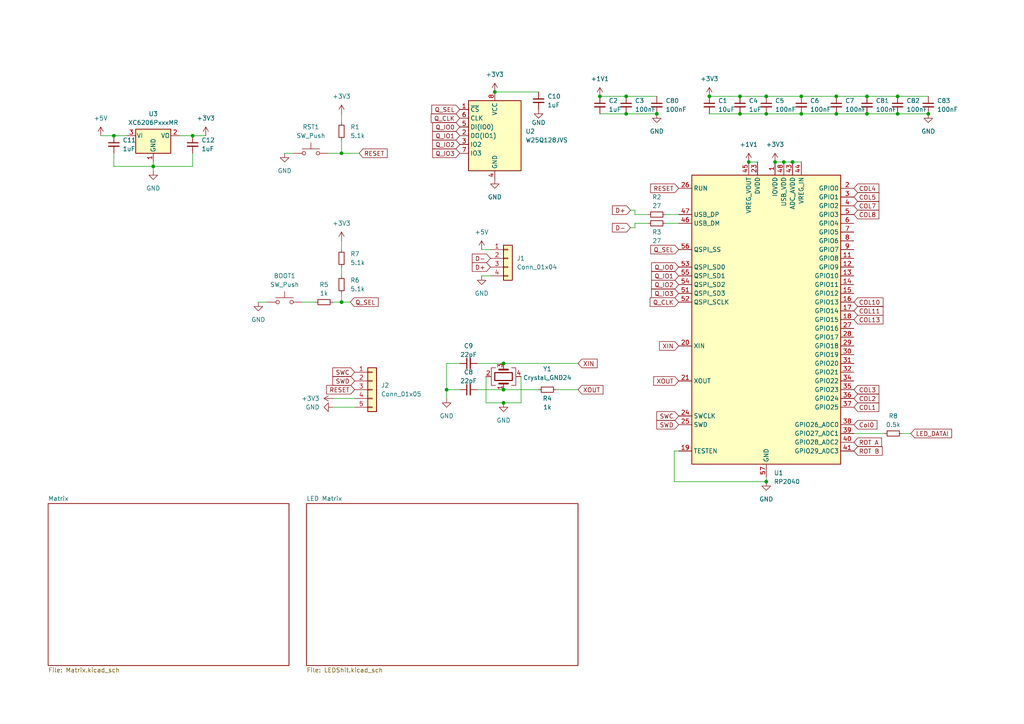
<source format=kicad_sch>
(kicad_sch (version 20230121) (generator eeschema)
  (paper "A4")
  (lib_symbols
    (symbol "Connector_Generic:Conn_01x04" (pin_names (offset 1.016) hide)
      (property "Reference" "J" (at 0 5.08 0))
      (property "Value" "Conn_01x04" (at 0 -7.62 0))
      (symbol "Conn_01x04_1_1"
        (rectangle (start -1.27 -4.953) (end 0 -5.207) (stroke (width 0.1524)))
        (rectangle (start -1.27 -2.413) (end 0 -2.667) (stroke (width 0.1524)))
        (rectangle (start -1.27 0.127) (end 0 -0.127) (stroke (width 0.1524)))
        (rectangle (start -1.27 2.667) (end 0 2.413) (stroke (width 0.1524)))
        (rectangle (start -1.27 3.81) (end 1.27 -6.35) (stroke (width 0.254)) (fill (type background)))
        (pin passive line (at -5.08 2.54 0) (length 3.81) (name "Pin_1") (number "1"))
        (pin passive line (at -5.08 0 0) (length 3.81) (name "Pin_2") (number "2"))
        (pin passive line (at -5.08 -2.54 0) (length 3.81) (name "Pin_3") (number "3"))
        (pin passive line (at -5.08 -5.08 0) (length 3.81) (name "Pin_4") (number "4"))
      )
    )
    (symbol "Connector_Generic:Conn_01x05" (pin_names (offset 1.016) hide)
      (property "Reference" "J" (at 0 7.62 0))
      (property "Value" "Conn_01x05" (at 0 -7.62 0))
      (symbol "Conn_01x05_1_1"
        (rectangle (start -1.27 -4.953) (end 0 -5.207) (stroke (width 0.1524)))
        (rectangle (start -1.27 -2.413) (end 0 -2.667) (stroke (width 0.1524)))
        (rectangle (start -1.27 0.127) (end 0 -0.127) (stroke (width 0.1524)))
        (rectangle (start -1.27 2.667) (end 0 2.413) (stroke (width 0.1524)))
        (rectangle (start -1.27 5.207) (end 0 4.953) (stroke (width 0.1524)))
        (rectangle (start -1.27 6.35) (end 1.27 -6.35) (stroke (width 0.254)) (fill (type background)))
        (pin passive line (at -5.08 5.08 0) (length 3.81) (name "Pin_1") (number "1"))
        (pin passive line (at -5.08 2.54 0) (length 3.81) (name "Pin_2") (number "2"))
        (pin passive line (at -5.08 0 0) (length 3.81) (name "Pin_3") (number "3"))
        (pin passive line (at -5.08 -2.54 0) (length 3.81) (name "Pin_4") (number "4"))
        (pin passive line (at -5.08 -5.08 0) (length 3.81) (name "Pin_5") (number "5"))
      )
    )
    (symbol "Device:C_Small" (pin_numbers hide) (pin_names (offset 0.254) hide)
      (property "Reference" "C" (at 0.254 1.778 0))
      (property "Value" "C_Small" (at 0.254 -2.032 0))
      (symbol "C_Small_0_1"
        (polyline (pts (xy -1.524 -0.508) (xy 1.524 -0.508)) (stroke (width 0.3302)))
        (polyline (pts (xy -1.524 0.508) (xy 1.524 0.508)) (stroke (width 0.3048)))
      )
      (symbol "C_Small_1_1"
        (pin passive line (at 0 2.54 270) (length 2.032) (name "~") (number "1"))
        (pin passive line (at 0 -2.54 90) (length 2.032) (name "~") (number "2"))
      )
    )
    (symbol "Device:Crystal_GND24" (pin_names (offset 1.016) hide)
      (property "Reference" "Y" (at 3.175 5.08 0))
      (property "Value" "Crystal_GND24" (at 3.175 3.175 0))
      (symbol "Crystal_GND24_0_1"
        (rectangle (start -1.143 2.54) (end 1.143 -2.54) (stroke (width 0.3048)))
        (polyline (pts (xy -2.54 0) (xy -2.032 0)))
        (polyline (pts (xy -2.032 -1.27) (xy -2.032 1.27)) (stroke (width 0.508)))
        (polyline (pts (xy 0 -3.81) (xy 0 -3.556)))
        (polyline (pts (xy 0 3.556) (xy 0 3.81)))
        (polyline (pts (xy 2.032 -1.27) (xy 2.032 1.27)) (stroke (width 0.508)))
        (polyline (pts (xy 2.032 0) (xy 2.54 0)))
        (polyline (pts (xy -2.54 -2.286) (xy -2.54 -3.556) (xy 2.54 -3.556) (xy 2.54 -2.286)))
        (polyline (pts (xy -2.54 2.286) (xy -2.54 3.556) (xy 2.54 3.556) (xy 2.54 2.286)))
      )
      (symbol "Crystal_GND24_1_1"
        (pin passive line (at -3.81 0 0) (length 1.27) (name "1") (number "1"))
        (pin passive line (at 0 5.08 270) (length 1.27) (name "2") (number "2"))
        (pin passive line (at 3.81 0 180) (length 1.27) (name "3") (number "3"))
        (pin passive line (at 0 -5.08 90) (length 1.27) (name "4") (number "4"))
      )
    )
    (symbol "Device:R_Small" (pin_numbers hide) (pin_names (offset 0.254) hide)
      (property "Reference" "R" (at 0.762 0.508 0))
      (property "Value" "R_Small" (at 0.762 -1.016 0))
      (symbol "R_Small_0_1"
        (rectangle (start -0.762 1.778) (end 0.762 -1.778) (stroke (width 0.2032)))
      )
      (symbol "R_Small_1_1"
        (pin passive line (at 0 2.54 270) (length 0.762) (name "~") (number "1"))
        (pin passive line (at 0 -2.54 90) (length 0.762) (name "~") (number "2"))
      )
    )
    (symbol "MCU_RaspberryPi:RP2040"
      (property "Reference" "U" (at 17.78 45.72 0))
      (property "Value" "RP2040" (at 17.78 43.18 0))
      (symbol "RP2040_0_1"
        (rectangle (start -21.59 41.91) (end 21.59 -41.91) (stroke (width 0.254)) (fill (type background)))
      )
      (symbol "RP2040_1_1"
        (pin power_in line (at 2.54 45.72 270) (length 3.81) (name "IOVDD") (number "1"))
        (pin passive line (at 2.54 45.72 270) (length 3.81) hide (name "IOVDD") (number "10"))
        (pin bidirectional line (at 25.4 17.78 180) (length 3.81) (name "GPIO8") (number "11"))
        (pin bidirectional line (at 25.4 15.24 180) (length 3.81) (name "GPIO9") (number "12"))
        (pin bidirectional line (at 25.4 12.7 180) (length 3.81) (name "GPIO10") (number "13"))
        (pin bidirectional line (at 25.4 10.16 180) (length 3.81) (name "GPIO11") (number "14"))
        (pin bidirectional line (at 25.4 7.62 180) (length 3.81) (name "GPIO12") (number "15"))
        (pin bidirectional line (at 25.4 5.08 180) (length 3.81) (name "GPIO13") (number "16"))
        (pin bidirectional line (at 25.4 2.54 180) (length 3.81) (name "GPIO14") (number "17"))
        (pin bidirectional line (at 25.4 0 180) (length 3.81) (name "GPIO15") (number "18"))
        (pin input line (at -25.4 -38.1 0) (length 3.81) (name "TESTEN") (number "19"))
        (pin bidirectional line (at 25.4 38.1 180) (length 3.81) (name "GPIO0") (number "2"))
        (pin input line (at -25.4 -7.62 0) (length 3.81) (name "XIN") (number "20"))
        (pin passive line (at -25.4 -17.78 0) (length 3.81) (name "XOUT") (number "21"))
        (pin passive line (at 2.54 45.72 270) (length 3.81) hide (name "IOVDD") (number "22"))
        (pin power_in line (at -2.54 45.72 270) (length 3.81) (name "DVDD") (number "23"))
        (pin input line (at -25.4 -27.94 0) (length 3.81) (name "SWCLK") (number "24"))
        (pin bidirectional line (at -25.4 -30.48 0) (length 3.81) (name "SWD") (number "25"))
        (pin input line (at -25.4 38.1 0) (length 3.81) (name "RUN") (number "26"))
        (pin bidirectional line (at 25.4 -2.54 180) (length 3.81) (name "GPIO16") (number "27"))
        (pin bidirectional line (at 25.4 -5.08 180) (length 3.81) (name "GPIO17") (number "28"))
        (pin bidirectional line (at 25.4 -7.62 180) (length 3.81) (name "GPIO18") (number "29"))
        (pin bidirectional line (at 25.4 35.56 180) (length 3.81) (name "GPIO1") (number "3"))
        (pin bidirectional line (at 25.4 -10.16 180) (length 3.81) (name "GPIO19") (number "30"))
        (pin bidirectional line (at 25.4 -12.7 180) (length 3.81) (name "GPIO20") (number "31"))
        (pin bidirectional line (at 25.4 -15.24 180) (length 3.81) (name "GPIO21") (number "32"))
        (pin passive line (at 2.54 45.72 270) (length 3.81) hide (name "IOVDD") (number "33"))
        (pin bidirectional line (at 25.4 -17.78 180) (length 3.81) (name "GPIO22") (number "34"))
        (pin bidirectional line (at 25.4 -20.32 180) (length 3.81) (name "GPIO23") (number "35"))
        (pin bidirectional line (at 25.4 -22.86 180) (length 3.81) (name "GPIO24") (number "36"))
        (pin bidirectional line (at 25.4 -25.4 180) (length 3.81) (name "GPIO25") (number "37"))
        (pin bidirectional line (at 25.4 -30.48 180) (length 3.81) (name "GPIO26_ADC0") (number "38"))
        (pin bidirectional line (at 25.4 -33.02 180) (length 3.81) (name "GPIO27_ADC1") (number "39"))
        (pin bidirectional line (at 25.4 33.02 180) (length 3.81) (name "GPIO2") (number "4"))
        (pin bidirectional line (at 25.4 -35.56 180) (length 3.81) (name "GPIO28_ADC2") (number "40"))
        (pin bidirectional line (at 25.4 -38.1 180) (length 3.81) (name "GPIO29_ADC3") (number "41"))
        (pin passive line (at 2.54 45.72 270) (length 3.81) hide (name "IOVDD") (number "42"))
        (pin power_in line (at 7.62 45.72 270) (length 3.81) (name "ADC_AVDD") (number "43"))
        (pin power_in line (at 10.16 45.72 270) (length 3.81) (name "VREG_IN") (number "44"))
        (pin power_out line (at -5.08 45.72 270) (length 3.81) (name "VREG_VOUT") (number "45"))
        (pin bidirectional line (at -25.4 27.94 0) (length 3.81) (name "USB_DM") (number "46"))
        (pin bidirectional line (at -25.4 30.48 0) (length 3.81) (name "USB_DP") (number "47"))
        (pin power_in line (at 5.08 45.72 270) (length 3.81) (name "USB_VDD") (number "48"))
        (pin passive line (at 2.54 45.72 270) (length 3.81) hide (name "IOVDD") (number "49"))
        (pin bidirectional line (at 25.4 30.48 180) (length 3.81) (name "GPIO3") (number "5"))
        (pin passive line (at -2.54 45.72 270) (length 3.81) hide (name "DVDD") (number "50"))
        (pin bidirectional line (at -25.4 7.62 0) (length 3.81) (name "QSPI_SD3") (number "51"))
        (pin output line (at -25.4 5.08 0) (length 3.81) (name "QSPI_SCLK") (number "52"))
        (pin bidirectional line (at -25.4 15.24 0) (length 3.81) (name "QSPI_SD0") (number "53"))
        (pin bidirectional line (at -25.4 10.16 0) (length 3.81) (name "QSPI_SD2") (number "54"))
        (pin bidirectional line (at -25.4 12.7 0) (length 3.81) (name "QSPI_SD1") (number "55"))
        (pin bidirectional line (at -25.4 20.32 0) (length 3.81) (name "QSPI_SS") (number "56"))
        (pin power_in line (at 0 -45.72 90) (length 3.81) (name "GND") (number "57"))
        (pin bidirectional line (at 25.4 27.94 180) (length 3.81) (name "GPIO4") (number "6"))
        (pin bidirectional line (at 25.4 25.4 180) (length 3.81) (name "GPIO5") (number "7"))
        (pin bidirectional line (at 25.4 22.86 180) (length 3.81) (name "GPIO6") (number "8"))
        (pin bidirectional line (at 25.4 20.32 180) (length 3.81) (name "GPIO7") (number "9"))
      )
    )
    (symbol "Memory_Flash:W25Q128JVS"
      (property "Reference" "U" (at -8.89 8.89 0))
      (property "Value" "W25Q128JVS" (at 7.62 8.89 0))
      (symbol "W25Q128JVS_0_1"
        (rectangle (start -7.62 10.16) (end 7.62 -10.16) (stroke (width 0.254)) (fill (type background)))
      )
      (symbol "W25Q128JVS_1_1"
        (pin input line (at -10.16 7.62 0) (length 2.54) (name "~{CS}") (number "1"))
        (pin bidirectional line (at -10.16 0 0) (length 2.54) (name "DO(IO1)") (number "2"))
        (pin bidirectional line (at -10.16 -2.54 0) (length 2.54) (name "IO2") (number "3"))
        (pin power_in line (at 0 -12.7 90) (length 2.54) (name "GND") (number "4"))
        (pin bidirectional line (at -10.16 2.54 0) (length 2.54) (name "DI(IO0)") (number "5"))
        (pin input line (at -10.16 5.08 0) (length 2.54) (name "CLK") (number "6"))
        (pin bidirectional line (at -10.16 -5.08 0) (length 2.54) (name "IO3") (number "7"))
        (pin power_in line (at 0 12.7 270) (length 2.54) (name "VCC") (number "8"))
      )
    )
    (symbol "Regulator_Linear:XC6206PxxxMR" (pin_names (offset 0.254))
      (property "Reference" "U" (at -3.81 3.175 0))
      (property "Value" "XC6206PxxxMR" (at 0 3.175 0))
      (symbol "XC6206PxxxMR_0_1"
        (rectangle (start -5.08 1.905) (end 5.08 -5.08) (stroke (width 0.254)) (fill (type background)))
      )
      (symbol "XC6206PxxxMR_1_1"
        (pin power_in line (at 0 -7.62 90) (length 2.54) (name "GND") (number "1"))
        (pin power_out line (at 7.62 0 180) (length 2.54) (name "VO") (number "2"))
        (pin power_in line (at -7.62 0 0) (length 2.54) (name "VI") (number "3"))
      )
    )
    (symbol "Switch:SW_Push" (pin_numbers hide) (pin_names (offset 1.016) hide)
      (property "Reference" "SW" (at 1.27 2.54 0))
      (property "Value" "SW_Push" (at 0 -1.524 0))
      (symbol "SW_Push_0_1"
        (circle (center -2.032 0) (radius 0.508))
        (polyline (pts (xy 0 1.27) (xy 0 3.048)))
        (polyline (pts (xy 2.54 1.27) (xy -2.54 1.27)))
        (circle (center 2.032 0) (radius 0.508))
        (pin passive line (at -5.08 0 0) (length 2.54) (name "1") (number "1"))
        (pin passive line (at 5.08 0 180) (length 2.54) (name "2") (number "2"))
      )
    )
    (symbol "power:+1V1" (power) (pin_names (offset 0))
      (property "Value" "+1V1" (at 0 3.556 0))
      (symbol "+1V1_0_1"
        (polyline (pts (xy -0.762 1.27) (xy 0 2.54)))
        (polyline (pts (xy 0 0) (xy 0 2.54)))
        (polyline (pts (xy 0 2.54) (xy 0.762 1.27)))
      )
      (symbol "+1V1_1_1"
        (pin power_in line (at 0 0 90) (length 0) hide (name "+1V1") (number "1"))
      )
    )
    (symbol "power:+3V3" (power) (pin_names (offset 0))
      (property "Value" "+3V3" (at 0 3.556 0))
      (symbol "+3V3_0_1"
        (polyline (pts (xy -0.762 1.27) (xy 0 2.54)))
        (polyline (pts (xy 0 0) (xy 0 2.54)))
        (polyline (pts (xy 0 2.54) (xy 0.762 1.27)))
      )
      (symbol "+3V3_1_1"
        (pin power_in line (at 0 0 90) (length 0) hide (name "+3V3") (number "1"))
      )
    )
    (symbol "power:+5V" (power) (pin_names (offset 0))
      (property "Value" "+5V" (at 0 3.556 0))
      (symbol "+5V_0_1"
        (polyline (pts (xy -0.762 1.27) (xy 0 2.54)))
        (polyline (pts (xy 0 0) (xy 0 2.54)))
        (polyline (pts (xy 0 2.54) (xy 0.762 1.27)))
      )
      (symbol "+5V_1_1"
        (pin power_in line (at 0 0 90) (length 0) hide (name "+5V") (number "1"))
      )
    )
    (symbol "power:GND" (power) (pin_names (offset 0))
      (property "Value" "GND" (at 0 -3.81 0))
      (symbol "GND_0_1"
        (polyline (pts (xy 0 0) (xy 0 -1.27) (xy 1.27 -1.27) (xy 0 -2.54) (xy -1.27 -1.27) (xy 0 -1.27)))
      )
      (symbol "GND_1_1"
        (pin power_in line (at 0 0 270) (length 0) hide (name "GND") (number "1"))
      )
    )
  )
  (junction (at 232.41 33.02))
  (junction (at 129.54 113.03))
  (junction (at 222.25 33.02))
  (junction (at 232.41 27.94))
  (junction (at 146.05 105.41))
  (junction (at 55.88 39.37))
  (junction (at 146.05 116.84))
  (junction (at 44.45 48.26))
  (junction (at 143.51 26.67))
  (junction (at 242.57 33.02))
  (junction (at 181.61 33.02))
  (junction (at 99.06 44.45))
  (junction (at 33.02 39.37))
  (junction (at 242.57 27.94))
  (junction (at 222.25 139.7))
  (junction (at 222.25 27.94))
  (junction (at 269.24 33.02))
  (junction (at 173.99 27.94))
  (junction (at 99.06 87.63))
  (junction (at 251.46 33.02))
  (junction (at 190.5 33.02))
  (junction (at 181.61 27.94))
  (junction (at 229.87 46.99))
  (junction (at 227.33 46.99))
  (junction (at 260.35 33.02))
  (junction (at 146.05 113.03))
  (junction (at 251.46 27.94))
  (junction (at 224.79 46.99))
  (junction (at 214.63 27.94))
  (junction (at 260.35 27.94))
  (junction (at 205.74 27.94))
  (junction (at 217.17 46.99))
  (junction (at 214.63 33.02))
  (wire (pts (xy 256.54 125.73) (xy 247.65 125.73)))
  (wire (pts (xy 87.63 87.63) (xy 91.44 87.63)))
  (wire (pts (xy 182.88 60.96) (xy 184.15 60.96)))
  (wire (pts (xy 44.45 48.26) (xy 44.45 49.53)))
  (wire (pts (xy 242.57 27.94) (xy 251.46 27.94)))
  (wire (pts (xy 173.99 27.94) (xy 181.61 27.94)))
  (wire (pts (xy 55.88 48.26) (xy 55.88 44.45)))
  (wire (pts (xy 151.13 109.22) (xy 151.13 116.84)))
  (wire (pts (xy 139.7 72.39) (xy 142.24 72.39)))
  (wire (pts (xy 214.63 27.94) (xy 222.25 27.94)))
  (wire (pts (xy 222.25 27.94) (xy 232.41 27.94)))
  (wire (pts (xy 214.63 33.02) (xy 222.25 33.02)))
  (wire (pts (xy 96.52 115.57) (xy 102.87 115.57)))
  (wire (pts (xy 184.15 64.77) (xy 187.96 64.77)))
  (wire (pts (xy 74.93 87.63) (xy 77.47 87.63)))
  (wire (pts (xy 99.06 33.02) (xy 99.06 35.56)))
  (wire (pts (xy 99.06 87.63) (xy 101.6 87.63)))
  (wire (pts (xy 184.15 60.96) (xy 184.15 62.23)))
  (wire (pts (xy 193.04 64.77) (xy 196.85 64.77)))
  (wire (pts (xy 129.54 115.57) (xy 129.54 113.03)))
  (wire (pts (xy 181.61 33.02) (xy 190.5 33.02)))
  (wire (pts (xy 264.16 125.73) (xy 261.62 125.73)))
  (wire (pts (xy 229.87 46.99) (xy 232.41 46.99)))
  (wire (pts (xy 232.41 27.94) (xy 242.57 27.94)))
  (wire (pts (xy 99.06 40.64) (xy 99.06 44.45)))
  (wire (pts (xy 260.35 33.02) (xy 269.24 33.02)))
  (wire (pts (xy 195.58 139.7) (xy 222.25 139.7)))
  (wire (pts (xy 99.06 85.09) (xy 99.06 87.63)))
  (wire (pts (xy 242.57 33.02) (xy 251.46 33.02)))
  (wire (pts (xy 44.45 46.99) (xy 44.45 48.26)))
  (wire (pts (xy 133.35 105.41) (xy 129.54 105.41)))
  (wire (pts (xy 195.58 130.81) (xy 195.58 139.7)))
  (wire (pts (xy 33.02 48.26) (xy 44.45 48.26)))
  (wire (pts (xy 44.45 48.26) (xy 55.88 48.26)))
  (wire (pts (xy 196.85 130.81) (xy 195.58 130.81)))
  (wire (pts (xy 143.51 26.67) (xy 156.21 26.67)))
  (wire (pts (xy 193.04 62.23) (xy 196.85 62.23)))
  (wire (pts (xy 146.05 116.84) (xy 151.13 116.84)))
  (wire (pts (xy 217.17 46.99) (xy 219.71 46.99)))
  (wire (pts (xy 222.25 33.02) (xy 232.41 33.02)))
  (wire (pts (xy 139.7 80.01) (xy 142.24 80.01)))
  (wire (pts (xy 184.15 62.23) (xy 187.96 62.23)))
  (wire (pts (xy 99.06 69.85) (xy 99.06 72.39)))
  (wire (pts (xy 173.99 33.02) (xy 181.61 33.02)))
  (wire (pts (xy 146.05 113.03) (xy 156.21 113.03)))
  (wire (pts (xy 138.43 113.03) (xy 146.05 113.03)))
  (wire (pts (xy 224.79 46.99) (xy 227.33 46.99)))
  (wire (pts (xy 184.15 66.04) (xy 184.15 64.77)))
  (wire (pts (xy 205.74 33.02) (xy 214.63 33.02)))
  (wire (pts (xy 99.06 77.47) (xy 99.06 80.01)))
  (wire (pts (xy 251.46 33.02) (xy 260.35 33.02)))
  (wire (pts (xy 161.29 113.03) (xy 167.64 113.03)))
  (wire (pts (xy 82.55 44.45) (xy 85.09 44.45)))
  (wire (pts (xy 96.52 118.11) (xy 102.87 118.11)))
  (wire (pts (xy 205.74 27.94) (xy 214.63 27.94)))
  (wire (pts (xy 95.25 44.45) (xy 99.06 44.45)))
  (wire (pts (xy 138.43 105.41) (xy 146.05 105.41)))
  (wire (pts (xy 182.88 66.04) (xy 184.15 66.04)))
  (wire (pts (xy 99.06 44.45) (xy 104.14 44.45)))
  (wire (pts (xy 232.41 33.02) (xy 242.57 33.02)))
  (wire (pts (xy 146.05 105.41) (xy 167.64 105.41)))
  (wire (pts (xy 181.61 27.94) (xy 190.5 27.94)))
  (wire (pts (xy 222.25 139.7) (xy 222.25 138.43)))
  (wire (pts (xy 55.88 39.37) (xy 59.69 39.37)))
  (wire (pts (xy 129.54 105.41) (xy 129.54 113.03)))
  (wire (pts (xy 33.02 44.45) (xy 33.02 48.26)))
  (wire (pts (xy 129.54 113.03) (xy 133.35 113.03)))
  (wire (pts (xy 52.07 39.37) (xy 55.88 39.37)))
  (wire (pts (xy 260.35 27.94) (xy 269.24 27.94)))
  (wire (pts (xy 29.21 39.37) (xy 33.02 39.37)))
  (wire (pts (xy 36.83 39.37) (xy 33.02 39.37)))
  (wire (pts (xy 96.52 87.63) (xy 99.06 87.63)))
  (wire (pts (xy 251.46 27.94) (xy 260.35 27.94)))
  (wire (pts (xy 140.97 116.84) (xy 146.05 116.84)))
  (wire (pts (xy 140.97 116.84) (xy 140.97 109.22)))
  (wire (pts (xy 227.33 46.99) (xy 229.87 46.99)))
  (global_label "Q_IO2" (shape input) (at 133.35 41.91 180) (property "Intersheetrefs" "${INTERSHEET_REFS}" (effects hide)))
  (global_label "RESET" (shape input) (at 104.14 44.45 0) (property "Intersheetrefs" "${INTERSHEET_REFS}" (effects hide)))
  (global_label "RESET" (shape input) (at 102.87 113.03 180) (property "Intersheetrefs" "${INTERSHEET_REFS}" (effects hide)))
  (global_label "Q_CLK" (shape input) (at 133.35 34.29 180) (property "Intersheetrefs" "${INTERSHEET_REFS}" (effects hide)))
  (global_label "COL1" (shape input) (at 247.65 118.11 0) (property "Intersheetrefs" "${INTERSHEET_REFS}" (effects hide)))
  (global_label "D-" (shape input) (at 142.24 74.93 180) (property "Intersheetrefs" "${INTERSHEET_REFS}" (effects hide)))
  (global_label "Q_IO0" (shape input) (at 196.85 77.47 180) (property "Intersheetrefs" "${INTERSHEET_REFS}" (effects hide)))
  (global_label "SWD" (shape input) (at 102.87 110.49 180) (property "Intersheetrefs" "${INTERSHEET_REFS}" (effects hide)))
  (global_label "Q_SEL" (shape input) (at 133.35 31.75 180) (property "Intersheetrefs" "${INTERSHEET_REFS}" (effects hide)))
  (global_label "Q_IO0" (shape input) (at 133.35 36.83 180) (property "Intersheetrefs" "${INTERSHEET_REFS}" (effects hide)))
  (global_label "SWC" (shape input) (at 102.87 107.95 180) (property "Intersheetrefs" "${INTERSHEET_REFS}" (effects hide)))
  (global_label "Q_CLK" (shape input) (at 196.85 87.63 180) (property "Intersheetrefs" "${INTERSHEET_REFS}" (effects hide)))
  (global_label "XIN" (shape input) (at 167.64 105.41 0) (property "Intersheetrefs" "${INTERSHEET_REFS}" (effects hide)))
  (global_label "COL8" (shape input) (at 247.65 62.23 0) (property "Intersheetrefs" "${INTERSHEET_REFS}" (effects hide)))
  (global_label "COL5" (shape input) (at 247.65 57.15 0) (property "Intersheetrefs" "${INTERSHEET_REFS}" (effects hide)))
  (global_label "COL11" (shape input) (at 247.65 90.17 0) (property "Intersheetrefs" "${INTERSHEET_REFS}" (effects hide)))
  (global_label "RESET" (shape input) (at 196.85 54.61 180) (property "Intersheetrefs" "${INTERSHEET_REFS}" (effects hide)))
  (global_label "SWC" (shape input) (at 196.85 120.65 180) (property "Intersheetrefs" "${INTERSHEET_REFS}" (effects hide)))
  (global_label "XIN" (shape input) (at 196.85 100.33 180) (property "Intersheetrefs" "${INTERSHEET_REFS}" (effects hide)))
  (global_label "Q_SEL" (shape input) (at 196.85 72.39 180) (property "Intersheetrefs" "${INTERSHEET_REFS}" (effects hide)))
  (global_label "LED_DATAI" (shape input) (at 264.16 125.73 0) (property "Intersheetrefs" "${INTERSHEET_REFS}" (effects hide)))
  (global_label "Q_IO1" (shape input) (at 196.85 80.01 180) (property "Intersheetrefs" "${INTERSHEET_REFS}" (effects hide)))
  (global_label "ROT A" (shape input) (at 247.65 128.27 0) (property "Intersheetrefs" "${INTERSHEET_REFS}" (effects hide)))
  (global_label "COL2" (shape input) (at 247.65 115.57 0) (property "Intersheetrefs" "${INTERSHEET_REFS}" (effects hide)))
  (global_label "XOUT" (shape input) (at 167.64 113.03 0) (property "Intersheetrefs" "${INTERSHEET_REFS}" (effects hide)))
  (global_label "D+" (shape input) (at 142.24 77.47 180) (property "Intersheetrefs" "${INTERSHEET_REFS}" (effects hide)))
  (global_label "Q_SEL" (shape input) (at 101.6 87.63 0) (property "Intersheetrefs" "${INTERSHEET_REFS}" (effects hide)))
  (global_label "COL3" (shape input) (at 247.65 113.03 0) (property "Intersheetrefs" "${INTERSHEET_REFS}" (effects hide)))
  (global_label "Q_IO1" (shape input) (at 133.35 39.37 180) (property "Intersheetrefs" "${INTERSHEET_REFS}" (effects hide)))
  (global_label "SWD" (shape input) (at 196.85 123.19 180) (property "Intersheetrefs" "${INTERSHEET_REFS}" (effects hide)))
  (global_label "Col0" (shape input) (at 247.65 123.19 0) (property "Intersheetrefs" "${INTERSHEET_REFS}" (effects hide)))
  (global_label "XOUT" (shape input) (at 196.85 110.49 180) (property "Intersheetrefs" "${INTERSHEET_REFS}" (effects hide)))
  (global_label "Q_IO3" (shape input) (at 133.35 44.45 180) (property "Intersheetrefs" "${INTERSHEET_REFS}" (effects hide)))
  (global_label "Q_IO3" (shape input) (at 196.85 85.09 180) (property "Intersheetrefs" "${INTERSHEET_REFS}" (effects hide)))
  (global_label "Q_IO2" (shape input) (at 196.85 82.55 180) (property "Intersheetrefs" "${INTERSHEET_REFS}" (effects hide)))
  (global_label "ROT B" (shape input) (at 247.65 130.81 0) (property "Intersheetrefs" "${INTERSHEET_REFS}" (effects hide)))
  (global_label "COL10" (shape input) (at 247.65 87.63 0) (property "Intersheetrefs" "${INTERSHEET_REFS}" (effects hide)))
  (global_label "COL4" (shape input) (at 247.65 54.61 0) (property "Intersheetrefs" "${INTERSHEET_REFS}" (effects hide)))
  (global_label "D+" (shape input) (at 182.88 60.96 180) (property "Intersheetrefs" "${INTERSHEET_REFS}" (effects hide)))
  (global_label "D-" (shape input) (at 182.88 66.04 180) (property "Intersheetrefs" "${INTERSHEET_REFS}" (effects hide)))
  (global_label "COL13" (shape input) (at 247.65 92.71 0) (property "Intersheetrefs" "${INTERSHEET_REFS}" (effects hide)))
  (global_label "COL7" (shape input) (at 247.65 59.69 0) (property "Intersheetrefs" "${INTERSHEET_REFS}" (effects hide)))
  (symbol (lib_id "Connector_Generic:Conn_01x04") (at 147.32 74.93 0) (unit 1)
    (property "Reference" "J1" (at 149.86 74.93 0) (effects (justify left)))
    (property "Value" "Conn_01x04" (at 149.86 77.47 0) (effects (justify left)))
    (property "Footprint" "Connector_JST:JST_SH_SM04B-SRSS-TB_1x04-1MP_P1.00mm_Horizontal" (effects hide))
  )
  (symbol (lib_id "Device:C_Small") (at 156.21 29.21 0) (unit 1)
    (property "Reference" "C10" (at 158.75 27.9463 0) (effects (justify left)))
    (property "Value" "1uF" (at 158.75 30.4863 0) (effects (justify left)))
    (property "Footprint" "Capacitor_SMD:C_0402_1005Metric" (effects hide))
  )
  (symbol (lib_id "power:GND") (at 156.21 31.75 0) (unit 1)
    (property "Reference" "#PWR015" (effects hide))
    (property "Value" "GND" (at 156.21 35.56 0))
  )
  (symbol (lib_id "power:GND") (at 143.51 52.07 0) (unit 1)
    (property "Reference" "#PWR017" (effects hide))
    (property "Value" "GND" (at 143.51 57.15 0))
  )
  (symbol (lib_id "Device:R_Small") (at 99.06 74.93 0) (unit 1)
    (property "Reference" "R7" (at 101.6 73.66 0) (effects (justify left)))
    (property "Value" "5.1k" (at 101.6 76.2 0) (effects (justify left)))
    (property "Footprint" "Resistor_SMD:R_0402_1005Metric" (effects hide))
  )
  (symbol (lib_id "power:GND") (at 139.7 80.01 0) (unit 1)
    (property "Reference" "#PWR01" (effects hide))
    (property "Value" "GND" (at 139.7 85.09 0))
  )
  (symbol (lib_id "Device:C_Small") (at 181.61 30.48 0) (unit 1)
    (property "Reference" "C3" (at 184.15 29.2163 0) (effects (justify left)))
    (property "Value" "100nF" (at 184.15 31.7563 0) (effects (justify left)))
    (property "Footprint" "Capacitor_SMD:C_0402_1005Metric" (effects hide))
  )
  (symbol (lib_id "Switch:SW_Push") (at 90.17 44.45 0) (unit 1)
    (property "Reference" "RST1" (at 90.17 36.83 0))
    (property "Value" "SW_Push" (at 90.17 39.37 0))
    (property "Footprint" "Button_Switch_SMD:SW_Push_1P1T_XKB_TS-1187A" (effects hide))
  )
  (symbol (lib_id "power:+1V1") (at 217.17 46.99 0) (unit 1)
    (property "Reference" "#PWR04" (effects hide))
    (property "Value" "+1V1" (at 217.17 41.91 0))
  )
  (symbol (lib_id "power:+3V3") (at 99.06 69.85 0) (unit 1)
    (property "Reference" "#PWR016" (effects hide))
    (property "Value" "+3V3" (at 99.06 64.77 0))
  )
  (symbol (lib_id "Regulator_Linear:XC6206PxxxMR") (at 44.45 39.37 0) (unit 1)
    (property "Reference" "U3" (at 44.45 33.02 0))
    (property "Value" "XC6206PxxxMR" (at 44.45 35.56 0))
    (property "Footprint" "Package_TO_SOT_SMD:SOT-23-3" (effects hide))
    (property "Datasheet" "https://www.torexsemi.com/file/xc6206/XC6206.pdf" (effects hide))
  )
  (symbol (lib_id "Device:R_Small") (at 99.06 38.1 0) (unit 1)
    (property "Reference" "R1" (at 101.6 36.83 0) (effects (justify left)))
    (property "Value" "5.1k" (at 101.6 39.37 0) (effects (justify left)))
    (property "Footprint" "Resistor_SMD:R_0402_1005Metric" (effects hide))
  )
  (symbol (lib_id "Device:R_Small") (at 158.75 113.03 270) (unit 1)
    (property "Reference" "R4" (at 158.75 115.57 90))
    (property "Value" "1k" (at 158.75 118.11 90))
    (property "Footprint" "Resistor_SMD:R_0402_1005Metric" (effects hide))
  )
  (symbol (lib_id "Device:C_Small") (at 205.74 30.48 0) (unit 1)
    (property "Reference" "C1" (at 208.28 29.2163 0) (effects (justify left)))
    (property "Value" "10uF" (at 208.28 31.7563 0) (effects (justify left)))
    (property "Footprint" "Capacitor_SMD:C_0603_1608Metric" (effects hide))
  )
  (symbol (lib_id "power:+3V3") (at 96.52 115.57 90) (unit 1)
    (property "Reference" "#PWR012" (effects hide))
    (property "Value" "+3V3" (at 92.71 115.57 90) (effects (justify left)))
  )
  (symbol (lib_id "MCU_RaspberryPi:RP2040") (at 222.25 92.71 0) (unit 1)
    (property "Reference" "U1" (at 224.4441 137.16 0) (effects (justify left)))
    (property "Value" "RP2040" (at 224.4441 139.7 0) (effects (justify left)))
    (property "Footprint" "Package_DFN_QFN:QFN-56-1EP_7x7mm_P0.4mm_EP3.2x3.2mm" (effects hide))
    (property "Datasheet" "https://datasheets.raspberrypi.com/rp2040/rp2040-datasheet.pdf" (effects hide))
  )
  (symbol (lib_id "Device:C_Small") (at 173.99 30.48 0) (unit 1)
    (property "Reference" "C2" (at 176.53 29.2163 0) (effects (justify left)))
    (property "Value" "1uF" (at 176.53 31.7563 0) (effects (justify left)))
    (property "Footprint" "Capacitor_SMD:C_0402_1005Metric" (effects hide))
  )
  (symbol (lib_id "Device:C_Small") (at 55.88 41.91 0) (unit 1)
    (property "Reference" "C12" (at 58.42 40.6463 0) (effects (justify left)))
    (property "Value" "1uF" (at 58.42 43.1863 0) (effects (justify left)))
    (property "Footprint" "Capacitor_SMD:C_0402_1005Metric" (effects hide))
  )
  (symbol (lib_id "Device:R_Small") (at 190.5 62.23 90) (unit 1)
    (property "Reference" "R2" (at 190.5 57.15 90))
    (property "Value" "27" (at 190.5 59.69 90))
    (property "Footprint" "Resistor_SMD:R_0402_1005Metric" (effects hide))
  )
  (symbol (lib_id "Device:C_Small") (at 33.02 41.91 0) (unit 1)
    (property "Reference" "C11" (at 35.56 40.6463 0) (effects (justify left)))
    (property "Value" "1uF" (at 35.56 43.1863 0) (effects (justify left)))
    (property "Footprint" "Capacitor_SMD:C_0402_1005Metric" (effects hide))
  )
  (symbol (lib_id "power:GND") (at 129.54 115.57 0) (unit 1)
    (property "Reference" "#PWR014" (effects hide))
    (property "Value" "GND" (at 129.54 120.65 0))
  )
  (symbol (lib_id "Device:Crystal_GND24") (at 146.05 109.22 90) (unit 1)
    (property "Reference" "Y1" (at 158.75 107.0041 90))
    (property "Value" "Crystal_GND24" (at 158.75 109.5441 90))
    (property "Footprint" "Crystal:Crystal_SMD_3225-4Pin_3.2x2.5mm" (effects hide))
  )
  (symbol (lib_id "power:GND") (at 96.52 118.11 270) (unit 1)
    (property "Reference" "#PWR013" (effects hide))
    (property "Value" "GND" (at 92.71 118.11 90) (effects (justify right)))
  )
  (symbol (lib_id "power:+5V") (at 139.7 72.39 0) (unit 1)
    (property "Reference" "#PWR02" (effects hide))
    (property "Value" "+5V" (at 139.7 67.31 0))
  )
  (symbol (lib_id "Memory_Flash:W25Q128JVS") (at 143.51 39.37 0) (unit 1)
    (property "Reference" "U2" (at 152.4 38.1 0) (effects (justify left)))
    (property "Value" "W25Q128JVS" (at 152.4 40.64 0) (effects (justify left)))
    (property "Footprint" "Package_SO:SOIC-8_5.23x5.23mm_P1.27mm" (effects hide))
    (property "Datasheet" "http://www.winbond.com/resource-files/w25q128jv_dtr%20revc%2003272018%20plus.pdf" (effects hide))
  )
  (symbol (lib_id "Switch:SW_Push") (at 82.55 87.63 0) (unit 1)
    (property "Reference" "BOOT1" (at 82.55 80.01 0))
    (property "Value" "SW_Push" (at 82.55 82.55 0))
    (property "Footprint" "Button_Switch_SMD:SW_Push_1P1T_XKB_TS-1187A" (effects hide))
  )
  (symbol (lib_id "power:+1V1") (at 173.99 27.94 0) (unit 1)
    (property "Reference" "#PWR05" (effects hide))
    (property "Value" "+1V1" (at 173.99 22.86 0))
  )
  (symbol (lib_id "power:GND") (at 74.93 87.63 0) (unit 1)
    (property "Reference" "#PWR018" (effects hide))
    (property "Value" "GND" (at 74.93 92.71 0))
  )
  (symbol (lib_id "power:GND") (at 82.55 44.45 0) (unit 1)
    (property "Reference" "#PWR010" (effects hide))
    (property "Value" "GND" (at 82.55 49.53 0))
  )
  (symbol (lib_id "Device:C_Small") (at 190.5 30.48 0) (unit 1)
    (property "Reference" "C80" (at 193.04 29.2163 0) (effects (justify left)))
    (property "Value" "100nF" (at 193.04 31.7563 0) (effects (justify left)))
    (property "Footprint" "Capacitor_SMD:C_0402_1005Metric" (effects hide))
  )
  (symbol (lib_id "power:GND") (at 44.45 49.53 0) (unit 1)
    (property "Reference" "#PWR035" (effects hide))
    (property "Value" "GND" (at 44.45 54.61 0))
  )
  (symbol (lib_id "power:+3V3") (at 205.74 27.94 0) (unit 1)
    (property "Reference" "#PWR03" (effects hide))
    (property "Value" "+3V3" (at 205.74 22.86 0))
  )
  (symbol (lib_id "Device:C_Small") (at 135.89 113.03 90) (unit 1)
    (property "Reference" "C8" (at 135.89 107.95 90))
    (property "Value" "22pF" (at 135.89 110.49 90))
    (property "Footprint" "Capacitor_SMD:C_0402_1005Metric" (effects hide))
  )
  (symbol (lib_id "power:GND") (at 222.25 139.7 0) (unit 1)
    (property "Reference" "#PWR011" (effects hide))
    (property "Value" "GND" (at 222.25 144.78 0))
  )
  (symbol (lib_id "Device:R_Small") (at 259.08 125.73 90) (unit 1)
    (property "Reference" "R8" (at 259.08 120.65 90))
    (property "Value" "0.5k" (at 259.08 123.19 90))
    (property "Footprint" "Resistor_SMD:R_0402_1005Metric" (effects hide))
  )
  (symbol (lib_id "Device:R_Small") (at 99.06 82.55 0) (unit 1)
    (property "Reference" "R6" (at 101.6 81.28 0) (effects (justify left)))
    (property "Value" "5.1k" (at 101.6 83.82 0) (effects (justify left)))
    (property "Footprint" "Resistor_SMD:R_0402_1005Metric" (effects hide))
  )
  (symbol (lib_id "Device:C_Small") (at 135.89 105.41 90) (unit 1)
    (property "Reference" "C9" (at 135.89 100.33 90))
    (property "Value" "22pF" (at 135.89 102.87 90))
    (property "Footprint" "Capacitor_SMD:C_0402_1005Metric" (effects hide))
  )
  (symbol (lib_id "Device:C_Small") (at 242.57 30.48 0) (unit 1)
    (property "Reference" "C7" (at 245.11 29.2163 0) (effects (justify left)))
    (property "Value" "100nF" (at 245.11 31.7563 0) (effects (justify left)))
    (property "Footprint" "Capacitor_SMD:C_0402_1005Metric" (effects hide))
  )
  (symbol (lib_id "power:+5V") (at 29.21 39.37 0) (unit 1)
    (property "Reference" "#PWR036" (effects hide))
    (property "Value" "+5V" (at 29.21 34.29 0))
  )
  (symbol (lib_id "Device:C_Small") (at 222.25 30.48 0) (unit 1)
    (property "Reference" "C5" (at 224.79 29.2163 0) (effects (justify left)))
    (property "Value" "100nF" (at 224.79 31.7563 0) (effects (justify left)))
    (property "Footprint" "Capacitor_SMD:C_0402_1005Metric" (effects hide))
  )
  (symbol (lib_id "Device:R_Small") (at 93.98 87.63 90) (unit 1)
    (property "Reference" "R5" (at 93.98 82.55 90))
    (property "Value" "1k" (at 93.98 85.09 90))
    (property "Footprint" "Resistor_SMD:R_0402_1005Metric" (effects hide))
  )
  (symbol (lib_id "power:+3V3") (at 59.69 39.37 0) (unit 1)
    (property "Reference" "#PWR037" (effects hide))
    (property "Value" "+3V3" (at 59.69 34.29 0))
  )
  (symbol (lib_id "Device:C_Small") (at 269.24 30.48 0) (unit 1)
    (property "Reference" "C83" (at 271.78 29.2163 0) (effects (justify left)))
    (property "Value" "100nF" (at 271.78 31.7563 0) (effects (justify left)))
    (property "Footprint" "Capacitor_SMD:C_0402_1005Metric" (effects hide))
  )
  (symbol (lib_id "power:GND") (at 146.05 116.84 0) (unit 1)
    (property "Reference" "#PWR020" (effects hide))
    (property "Value" "GND" (at 146.05 121.92 0))
  )
  (symbol (lib_id "power:+3V3") (at 143.51 26.67 0) (unit 1)
    (property "Reference" "#PWR06" (effects hide))
    (property "Value" "+3V3" (at 143.51 21.59 0))
  )
  (symbol (lib_id "power:+3V3") (at 224.79 46.99 0) (unit 1)
    (property "Reference" "#PWR019" (effects hide))
    (property "Value" "+3V3" (at 224.79 41.91 0))
  )
  (symbol (lib_id "power:GND") (at 269.24 33.02 0) (unit 1)
    (property "Reference" "#PWR07" (effects hide))
    (property "Value" "GND" (at 269.24 38.1 0))
  )
  (symbol (lib_id "power:GND") (at 190.5 33.02 0) (unit 1)
    (property "Reference" "#PWR08" (effects hide))
    (property "Value" "GND" (at 190.5 38.1 0))
  )
  (symbol (lib_id "Device:C_Small") (at 260.35 30.48 0) (unit 1)
    (property "Reference" "C82" (at 262.89 29.2163 0) (effects (justify left)))
    (property "Value" "100nF" (at 262.89 31.7563 0) (effects (justify left)))
    (property "Footprint" "Capacitor_SMD:C_0402_1005Metric" (effects hide))
  )
  (symbol (lib_id "Device:R_Small") (at 190.5 64.77 270) (unit 1)
    (property "Reference" "R3" (at 190.5 67.31 90))
    (property "Value" "27" (at 190.5 69.85 90))
    (property "Footprint" "Resistor_SMD:R_0402_1005Metric" (effects hide))
  )
  (symbol (lib_id "Device:C_Small") (at 251.46 30.48 0) (unit 1)
    (property "Reference" "C81" (at 254 29.2163 0) (effects (justify left)))
    (property "Value" "100nF" (at 254 31.7563 0) (effects (justify left)))
    (property "Footprint" "Capacitor_SMD:C_0402_1005Metric" (effects hide))
  )
  (symbol (lib_id "Connector_Generic:Conn_01x05") (at 107.95 113.03 0) (unit 1)
    (property "Reference" "J2" (at 110.49 111.76 0) (effects (justify left)))
    (property "Value" "Conn_01x05" (at 110.49 114.3 0) (effects (justify left)))
    (property "Footprint" "Connector_PinHeader_2.54mm:PinHeader_1x05_P2.54mm_Vertical" (effects hide))
  )
  (symbol (lib_id "Device:C_Small") (at 214.63 30.48 0) (unit 1)
    (property "Reference" "C4" (at 217.17 29.2163 0) (effects (justify left)))
    (property "Value" "1uF" (at 217.17 31.7563 0) (effects (justify left)))
    (property "Footprint" "Capacitor_SMD:C_0402_1005Metric" (effects hide))
  )
  (symbol (lib_id "Device:C_Small") (at 232.41 30.48 0) (unit 1)
    (property "Reference" "C6" (at 234.95 29.2163 0) (effects (justify left)))
    (property "Value" "100nF" (at 234.95 31.7563 0) (effects (justify left)))
    (property "Footprint" "Capacitor_SMD:C_0402_1005Metric" (effects hide))
  )
  (symbol (lib_id "power:+3V3") (at 99.06 33.02 0) (unit 1)
    (property "Reference" "#PWR09" (effects hide))
    (property "Value" "+3V3" (at 99.06 27.94 0))
  )
  (sheet (at 88.9 146.05) (size 78.74 46.99) (stroke (width 0.1524))
    (property "Sheetname" "LED Matrix" (at 88.9 145.3384 0) (effects (justify left bottom)))
    (property "Sheetfile" "LEDShit.kicad_sch" (at 88.9 193.6246 0) (effects (justify left top)))
  )
  (sheet (at 13.97 146.05) (size 69.85 46.99) (stroke (width 0.1524))
    (property "Sheetname" "Matrix" (at 13.97 145.3384 0) (effects (justify left bottom)))
    (property "Sheetfile" "Matrix.kicad_sch" (at 13.97 193.6246 0) (effects (justify left top)))
  )
)
</source>
